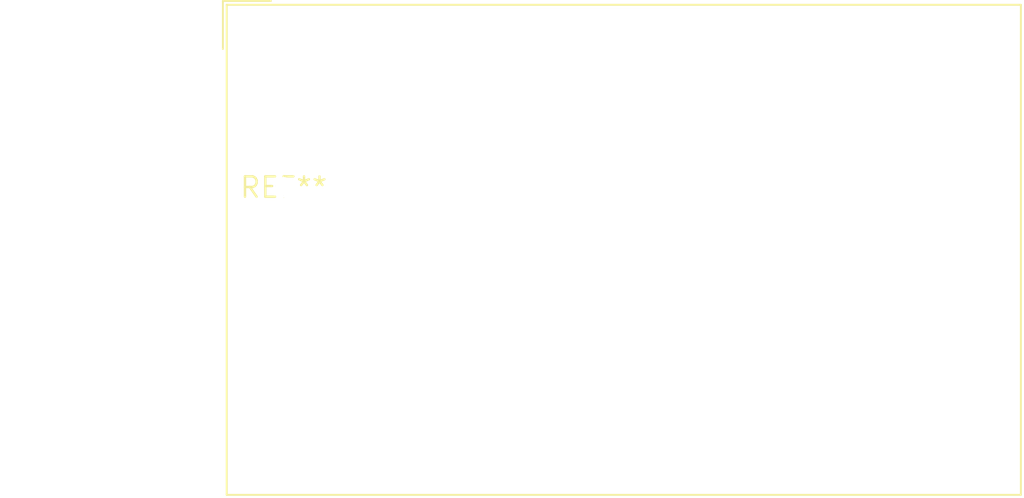
<source format=kicad_pcb>
(kicad_pcb (version 20240108) (generator pcbnew)
  (layers (0 "F.Cu" signal) (31 "B.Cu" signal) (34 "B.Paste" user) (35 "F.Paste" user) (36 "B.SilkS" user "B.Silkscreen") (37 "F.SilkS" user "F.Silkscreen") (38 "B.Mask" user) (39 "F.Mask" user) (44 "Edge.Cuts" user))
  (net 0 "")
  (footprint "Converter_ACDC_Hi-Link_HLK-10Mxx" (layer "F.Cu") (at 0 0)
    (property "Reference" "REF**")
    (property "Value" "Converter_ACDC_Hi-Link_HLK-10Mxx")
    (fp_line (start -3.8 -11.65) (end -0.8 -11.65) (layer "F.SilkS") (stroke (width 0.12)))
    (fp_line (start -3.8 -8.65) (end -3.8 -11.65) (layer "F.SilkS") (stroke (width 0.12)))
    (fp_line (start -3.56 -11.41) (end -3.56 19.21) (layer "F.SilkS") (stroke (width 0.12)))
    (fp_line (start -3.56 -11.41) (end 46.06 -11.41) (layer "F.SilkS") (stroke (width 0.12)))
    (fp_line (start -3.56 19.21) (end 46.06 19.21) (layer "F.SilkS") (stroke (width 0.12)))
    (fp_line (start 46.06 -11.41) (end 46.06 19.21) (layer "F.SilkS") (stroke (width 0.12)))
    (pad "1" thru_hole rect (at 0 0) (size 2 2.3) (drill 1.3) (layers *.Cu *.Mask) (remove_unused_layers))
    (pad "2" thru_hole oval (at 0 7.8) (size 2 2.3) (drill 1.3) (layers *.Cu *.Mask) (remove_unused_layers))
    (pad "3" thru_hole oval (at 42.5 -7.4) (size 2 2.3) (drill 1.3) (layers *.Cu *.Mask) (remove_unused_layers))
    (pad "4" thru_hole oval (at 42.5 15.2) (size 2 2.3) (drill 1.3) (layers *.Cu *.Mask) (remove_unused_layers))
  )
)
</source>
